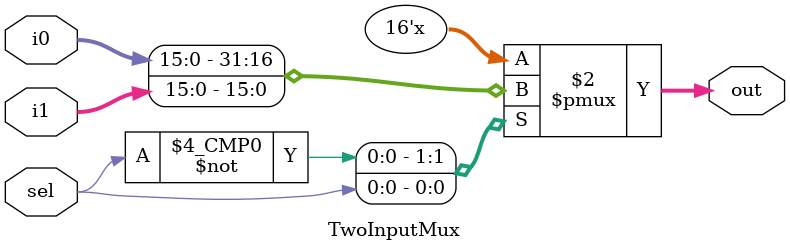
<source format=v>
module TwoInputMux(i0, i1, sel, out);
	input [15:0] i0, i1;
	input sel;
	output reg[15:0] out;
	
	
	always @* begin
		
		case (sel)
			16'd0:
				begin
				out <= i0;
				end
			16'd1:
				begin
				out <= i1;
				end
			default:
				begin
				out = 16'd0;
				end
		endcase
	end
endmodule
</source>
